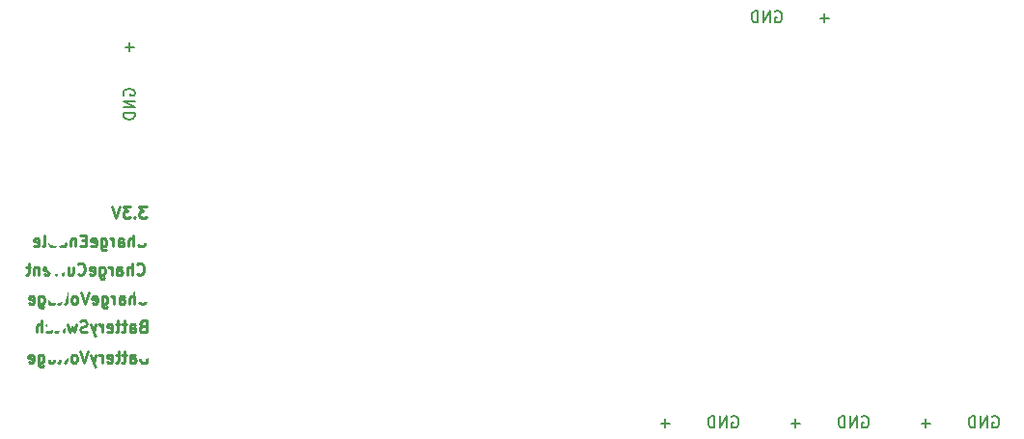
<source format=gbo>
G04 #@! TF.GenerationSoftware,KiCad,Pcbnew,(5.1.9)-1*
G04 #@! TF.CreationDate,2021-05-24T15:14:23+02:00*
G04 #@! TF.ProjectId,charge_pcb,63686172-6765-45f7-9063-622e6b696361,rev?*
G04 #@! TF.SameCoordinates,Original*
G04 #@! TF.FileFunction,Legend,Bot*
G04 #@! TF.FilePolarity,Positive*
%FSLAX46Y46*%
G04 Gerber Fmt 4.6, Leading zero omitted, Abs format (unit mm)*
G04 Created by KiCad (PCBNEW (5.1.9)-1) date 2021-05-24 15:14:23*
%MOMM*%
%LPD*%
G01*
G04 APERTURE LIST*
%ADD10C,0.150000*%
%ADD11C,0.250000*%
%ADD12C,5.600000*%
%ADD13C,3.600000*%
%ADD14O,1.600000X1.600000*%
%ADD15C,1.600000*%
%ADD16C,3.000000*%
%ADD17R,3.000000X3.000000*%
%ADD18O,2.000000X1.905000*%
%ADD19R,2.000000X1.905000*%
%ADD20O,1.905000X2.000000*%
%ADD21R,1.905000X2.000000*%
%ADD22O,2.200000X2.200000*%
%ADD23R,2.200000X2.200000*%
%ADD24O,1.700000X2.000000*%
%ADD25O,1.950000X1.700000*%
%ADD26C,1.800000*%
%ADD27R,1.800000X1.800000*%
%ADD28C,1.524000*%
%ADD29C,2.000000*%
%ADD30R,1.500000X1.500000*%
%ADD31C,1.500000*%
%ADD32C,3.200000*%
%ADD33O,4.000500X2.499360*%
%ADD34O,2.000000X2.000000*%
%ADD35R,2.000000X2.000000*%
%ADD36R,1.600000X1.600000*%
%ADD37C,1.501140*%
%ADD38C,2.540000*%
%ADD39R,2.540000X2.540000*%
G04 APERTURE END LIST*
D10*
X140080952Y-111831428D02*
X139319047Y-111831428D01*
X139700000Y-112212380D02*
X139700000Y-111450476D01*
X148970952Y-147391428D02*
X148209047Y-147391428D01*
X148590000Y-147772380D02*
X148590000Y-147010476D01*
X137540952Y-147391428D02*
X136779047Y-147391428D01*
X137160000Y-147772380D02*
X137160000Y-147010476D01*
X126110952Y-147391428D02*
X125349047Y-147391428D01*
X125730000Y-147772380D02*
X125730000Y-147010476D01*
X79120952Y-114371428D02*
X78359047Y-114371428D01*
X78740000Y-114752380D02*
X78740000Y-113990476D01*
X78240000Y-118618095D02*
X78192380Y-118522857D01*
X78192380Y-118380000D01*
X78240000Y-118237142D01*
X78335238Y-118141904D01*
X78430476Y-118094285D01*
X78620952Y-118046666D01*
X78763809Y-118046666D01*
X78954285Y-118094285D01*
X79049523Y-118141904D01*
X79144761Y-118237142D01*
X79192380Y-118380000D01*
X79192380Y-118475238D01*
X79144761Y-118618095D01*
X79097142Y-118665714D01*
X78763809Y-118665714D01*
X78763809Y-118475238D01*
X79192380Y-119094285D02*
X78192380Y-119094285D01*
X79192380Y-119665714D01*
X78192380Y-119665714D01*
X79192380Y-120141904D02*
X78192380Y-120141904D01*
X78192380Y-120380000D01*
X78240000Y-120522857D01*
X78335238Y-120618095D01*
X78430476Y-120665714D01*
X78620952Y-120713333D01*
X78763809Y-120713333D01*
X78954285Y-120665714D01*
X79049523Y-120618095D01*
X79144761Y-120522857D01*
X79192380Y-120380000D01*
X79192380Y-120141904D01*
X154431904Y-146820000D02*
X154527142Y-146772380D01*
X154670000Y-146772380D01*
X154812857Y-146820000D01*
X154908095Y-146915238D01*
X154955714Y-147010476D01*
X155003333Y-147200952D01*
X155003333Y-147343809D01*
X154955714Y-147534285D01*
X154908095Y-147629523D01*
X154812857Y-147724761D01*
X154670000Y-147772380D01*
X154574761Y-147772380D01*
X154431904Y-147724761D01*
X154384285Y-147677142D01*
X154384285Y-147343809D01*
X154574761Y-147343809D01*
X153955714Y-147772380D02*
X153955714Y-146772380D01*
X153384285Y-147772380D01*
X153384285Y-146772380D01*
X152908095Y-147772380D02*
X152908095Y-146772380D01*
X152670000Y-146772380D01*
X152527142Y-146820000D01*
X152431904Y-146915238D01*
X152384285Y-147010476D01*
X152336666Y-147200952D01*
X152336666Y-147343809D01*
X152384285Y-147534285D01*
X152431904Y-147629523D01*
X152527142Y-147724761D01*
X152670000Y-147772380D01*
X152908095Y-147772380D01*
X143001904Y-146820000D02*
X143097142Y-146772380D01*
X143240000Y-146772380D01*
X143382857Y-146820000D01*
X143478095Y-146915238D01*
X143525714Y-147010476D01*
X143573333Y-147200952D01*
X143573333Y-147343809D01*
X143525714Y-147534285D01*
X143478095Y-147629523D01*
X143382857Y-147724761D01*
X143240000Y-147772380D01*
X143144761Y-147772380D01*
X143001904Y-147724761D01*
X142954285Y-147677142D01*
X142954285Y-147343809D01*
X143144761Y-147343809D01*
X142525714Y-147772380D02*
X142525714Y-146772380D01*
X141954285Y-147772380D01*
X141954285Y-146772380D01*
X141478095Y-147772380D02*
X141478095Y-146772380D01*
X141240000Y-146772380D01*
X141097142Y-146820000D01*
X141001904Y-146915238D01*
X140954285Y-147010476D01*
X140906666Y-147200952D01*
X140906666Y-147343809D01*
X140954285Y-147534285D01*
X141001904Y-147629523D01*
X141097142Y-147724761D01*
X141240000Y-147772380D01*
X141478095Y-147772380D01*
X131571904Y-146820000D02*
X131667142Y-146772380D01*
X131810000Y-146772380D01*
X131952857Y-146820000D01*
X132048095Y-146915238D01*
X132095714Y-147010476D01*
X132143333Y-147200952D01*
X132143333Y-147343809D01*
X132095714Y-147534285D01*
X132048095Y-147629523D01*
X131952857Y-147724761D01*
X131810000Y-147772380D01*
X131714761Y-147772380D01*
X131571904Y-147724761D01*
X131524285Y-147677142D01*
X131524285Y-147343809D01*
X131714761Y-147343809D01*
X131095714Y-147772380D02*
X131095714Y-146772380D01*
X130524285Y-147772380D01*
X130524285Y-146772380D01*
X130048095Y-147772380D02*
X130048095Y-146772380D01*
X129810000Y-146772380D01*
X129667142Y-146820000D01*
X129571904Y-146915238D01*
X129524285Y-147010476D01*
X129476666Y-147200952D01*
X129476666Y-147343809D01*
X129524285Y-147534285D01*
X129571904Y-147629523D01*
X129667142Y-147724761D01*
X129810000Y-147772380D01*
X130048095Y-147772380D01*
X135381904Y-111260000D02*
X135477142Y-111212380D01*
X135620000Y-111212380D01*
X135762857Y-111260000D01*
X135858095Y-111355238D01*
X135905714Y-111450476D01*
X135953333Y-111640952D01*
X135953333Y-111783809D01*
X135905714Y-111974285D01*
X135858095Y-112069523D01*
X135762857Y-112164761D01*
X135620000Y-112212380D01*
X135524761Y-112212380D01*
X135381904Y-112164761D01*
X135334285Y-112117142D01*
X135334285Y-111783809D01*
X135524761Y-111783809D01*
X134905714Y-112212380D02*
X134905714Y-111212380D01*
X134334285Y-112212380D01*
X134334285Y-111212380D01*
X133858095Y-112212380D02*
X133858095Y-111212380D01*
X133620000Y-111212380D01*
X133477142Y-111260000D01*
X133381904Y-111355238D01*
X133334285Y-111450476D01*
X133286666Y-111640952D01*
X133286666Y-111783809D01*
X133334285Y-111974285D01*
X133381904Y-112069523D01*
X133477142Y-112164761D01*
X133620000Y-112212380D01*
X133858095Y-112212380D01*
D11*
X79883333Y-141528571D02*
X79740476Y-141576190D01*
X79692857Y-141623809D01*
X79645238Y-141719047D01*
X79645238Y-141861904D01*
X79692857Y-141957142D01*
X79740476Y-142004761D01*
X79835714Y-142052380D01*
X80216666Y-142052380D01*
X80216666Y-141052380D01*
X79883333Y-141052380D01*
X79788095Y-141100000D01*
X79740476Y-141147619D01*
X79692857Y-141242857D01*
X79692857Y-141338095D01*
X79740476Y-141433333D01*
X79788095Y-141480952D01*
X79883333Y-141528571D01*
X80216666Y-141528571D01*
X78788095Y-142052380D02*
X78788095Y-141528571D01*
X78835714Y-141433333D01*
X78930952Y-141385714D01*
X79121428Y-141385714D01*
X79216666Y-141433333D01*
X78788095Y-142004761D02*
X78883333Y-142052380D01*
X79121428Y-142052380D01*
X79216666Y-142004761D01*
X79264285Y-141909523D01*
X79264285Y-141814285D01*
X79216666Y-141719047D01*
X79121428Y-141671428D01*
X78883333Y-141671428D01*
X78788095Y-141623809D01*
X78454761Y-141385714D02*
X78073809Y-141385714D01*
X78311904Y-141052380D02*
X78311904Y-141909523D01*
X78264285Y-142004761D01*
X78169047Y-142052380D01*
X78073809Y-142052380D01*
X77883333Y-141385714D02*
X77502380Y-141385714D01*
X77740476Y-141052380D02*
X77740476Y-141909523D01*
X77692857Y-142004761D01*
X77597619Y-142052380D01*
X77502380Y-142052380D01*
X76788095Y-142004761D02*
X76883333Y-142052380D01*
X77073809Y-142052380D01*
X77169047Y-142004761D01*
X77216666Y-141909523D01*
X77216666Y-141528571D01*
X77169047Y-141433333D01*
X77073809Y-141385714D01*
X76883333Y-141385714D01*
X76788095Y-141433333D01*
X76740476Y-141528571D01*
X76740476Y-141623809D01*
X77216666Y-141719047D01*
X76311904Y-142052380D02*
X76311904Y-141385714D01*
X76311904Y-141576190D02*
X76264285Y-141480952D01*
X76216666Y-141433333D01*
X76121428Y-141385714D01*
X76026190Y-141385714D01*
X75788095Y-141385714D02*
X75550000Y-142052380D01*
X75311904Y-141385714D02*
X75550000Y-142052380D01*
X75645238Y-142290476D01*
X75692857Y-142338095D01*
X75788095Y-142385714D01*
X75073809Y-141052380D02*
X74740476Y-142052380D01*
X74407142Y-141052380D01*
X73930952Y-142052380D02*
X74026190Y-142004761D01*
X74073809Y-141957142D01*
X74121428Y-141861904D01*
X74121428Y-141576190D01*
X74073809Y-141480952D01*
X74026190Y-141433333D01*
X73930952Y-141385714D01*
X73788095Y-141385714D01*
X73692857Y-141433333D01*
X73645238Y-141480952D01*
X73597619Y-141576190D01*
X73597619Y-141861904D01*
X73645238Y-141957142D01*
X73692857Y-142004761D01*
X73788095Y-142052380D01*
X73930952Y-142052380D01*
X73026190Y-142052380D02*
X73121428Y-142004761D01*
X73169047Y-141909523D01*
X73169047Y-141052380D01*
X72788095Y-141385714D02*
X72407142Y-141385714D01*
X72645238Y-141052380D02*
X72645238Y-141909523D01*
X72597619Y-142004761D01*
X72502380Y-142052380D01*
X72407142Y-142052380D01*
X71645238Y-142052380D02*
X71645238Y-141528571D01*
X71692857Y-141433333D01*
X71788095Y-141385714D01*
X71978571Y-141385714D01*
X72073809Y-141433333D01*
X71645238Y-142004761D02*
X71740476Y-142052380D01*
X71978571Y-142052380D01*
X72073809Y-142004761D01*
X72121428Y-141909523D01*
X72121428Y-141814285D01*
X72073809Y-141719047D01*
X71978571Y-141671428D01*
X71740476Y-141671428D01*
X71645238Y-141623809D01*
X70740476Y-141385714D02*
X70740476Y-142195238D01*
X70788095Y-142290476D01*
X70835714Y-142338095D01*
X70930952Y-142385714D01*
X71073809Y-142385714D01*
X71169047Y-142338095D01*
X70740476Y-142004761D02*
X70835714Y-142052380D01*
X71026190Y-142052380D01*
X71121428Y-142004761D01*
X71169047Y-141957142D01*
X71216666Y-141861904D01*
X71216666Y-141576190D01*
X71169047Y-141480952D01*
X71121428Y-141433333D01*
X71026190Y-141385714D01*
X70835714Y-141385714D01*
X70740476Y-141433333D01*
X69883333Y-142004761D02*
X69978571Y-142052380D01*
X70169047Y-142052380D01*
X70264285Y-142004761D01*
X70311904Y-141909523D01*
X70311904Y-141528571D01*
X70264285Y-141433333D01*
X70169047Y-141385714D01*
X69978571Y-141385714D01*
X69883333Y-141433333D01*
X69835714Y-141528571D01*
X69835714Y-141623809D01*
X70311904Y-141719047D01*
X79876190Y-138868571D02*
X79733333Y-138916190D01*
X79685714Y-138963809D01*
X79638095Y-139059047D01*
X79638095Y-139201904D01*
X79685714Y-139297142D01*
X79733333Y-139344761D01*
X79828571Y-139392380D01*
X80209523Y-139392380D01*
X80209523Y-138392380D01*
X79876190Y-138392380D01*
X79780952Y-138440000D01*
X79733333Y-138487619D01*
X79685714Y-138582857D01*
X79685714Y-138678095D01*
X79733333Y-138773333D01*
X79780952Y-138820952D01*
X79876190Y-138868571D01*
X80209523Y-138868571D01*
X78780952Y-139392380D02*
X78780952Y-138868571D01*
X78828571Y-138773333D01*
X78923809Y-138725714D01*
X79114285Y-138725714D01*
X79209523Y-138773333D01*
X78780952Y-139344761D02*
X78876190Y-139392380D01*
X79114285Y-139392380D01*
X79209523Y-139344761D01*
X79257142Y-139249523D01*
X79257142Y-139154285D01*
X79209523Y-139059047D01*
X79114285Y-139011428D01*
X78876190Y-139011428D01*
X78780952Y-138963809D01*
X78447619Y-138725714D02*
X78066666Y-138725714D01*
X78304761Y-138392380D02*
X78304761Y-139249523D01*
X78257142Y-139344761D01*
X78161904Y-139392380D01*
X78066666Y-139392380D01*
X77876190Y-138725714D02*
X77495238Y-138725714D01*
X77733333Y-138392380D02*
X77733333Y-139249523D01*
X77685714Y-139344761D01*
X77590476Y-139392380D01*
X77495238Y-139392380D01*
X76780952Y-139344761D02*
X76876190Y-139392380D01*
X77066666Y-139392380D01*
X77161904Y-139344761D01*
X77209523Y-139249523D01*
X77209523Y-138868571D01*
X77161904Y-138773333D01*
X77066666Y-138725714D01*
X76876190Y-138725714D01*
X76780952Y-138773333D01*
X76733333Y-138868571D01*
X76733333Y-138963809D01*
X77209523Y-139059047D01*
X76304761Y-139392380D02*
X76304761Y-138725714D01*
X76304761Y-138916190D02*
X76257142Y-138820952D01*
X76209523Y-138773333D01*
X76114285Y-138725714D01*
X76019047Y-138725714D01*
X75780952Y-138725714D02*
X75542857Y-139392380D01*
X75304761Y-138725714D02*
X75542857Y-139392380D01*
X75638095Y-139630476D01*
X75685714Y-139678095D01*
X75780952Y-139725714D01*
X74971428Y-139344761D02*
X74828571Y-139392380D01*
X74590476Y-139392380D01*
X74495238Y-139344761D01*
X74447619Y-139297142D01*
X74400000Y-139201904D01*
X74400000Y-139106666D01*
X74447619Y-139011428D01*
X74495238Y-138963809D01*
X74590476Y-138916190D01*
X74780952Y-138868571D01*
X74876190Y-138820952D01*
X74923809Y-138773333D01*
X74971428Y-138678095D01*
X74971428Y-138582857D01*
X74923809Y-138487619D01*
X74876190Y-138440000D01*
X74780952Y-138392380D01*
X74542857Y-138392380D01*
X74400000Y-138440000D01*
X74066666Y-138725714D02*
X73876190Y-139392380D01*
X73685714Y-138916190D01*
X73495238Y-139392380D01*
X73304761Y-138725714D01*
X72923809Y-139392380D02*
X72923809Y-138725714D01*
X72923809Y-138392380D02*
X72971428Y-138440000D01*
X72923809Y-138487619D01*
X72876190Y-138440000D01*
X72923809Y-138392380D01*
X72923809Y-138487619D01*
X72590476Y-138725714D02*
X72209523Y-138725714D01*
X72447619Y-138392380D02*
X72447619Y-139249523D01*
X72400000Y-139344761D01*
X72304761Y-139392380D01*
X72209523Y-139392380D01*
X71447619Y-139344761D02*
X71542857Y-139392380D01*
X71733333Y-139392380D01*
X71828571Y-139344761D01*
X71876190Y-139297142D01*
X71923809Y-139201904D01*
X71923809Y-138916190D01*
X71876190Y-138820952D01*
X71828571Y-138773333D01*
X71733333Y-138725714D01*
X71542857Y-138725714D01*
X71447619Y-138773333D01*
X71019047Y-139392380D02*
X71019047Y-138392380D01*
X70590476Y-139392380D02*
X70590476Y-138868571D01*
X70638095Y-138773333D01*
X70733333Y-138725714D01*
X70876190Y-138725714D01*
X70971428Y-138773333D01*
X71019047Y-138820952D01*
X79597619Y-136817142D02*
X79645238Y-136864761D01*
X79788095Y-136912380D01*
X79883333Y-136912380D01*
X80026190Y-136864761D01*
X80121428Y-136769523D01*
X80169047Y-136674285D01*
X80216666Y-136483809D01*
X80216666Y-136340952D01*
X80169047Y-136150476D01*
X80121428Y-136055238D01*
X80026190Y-135960000D01*
X79883333Y-135912380D01*
X79788095Y-135912380D01*
X79645238Y-135960000D01*
X79597619Y-136007619D01*
X79169047Y-136912380D02*
X79169047Y-135912380D01*
X78740476Y-136912380D02*
X78740476Y-136388571D01*
X78788095Y-136293333D01*
X78883333Y-136245714D01*
X79026190Y-136245714D01*
X79121428Y-136293333D01*
X79169047Y-136340952D01*
X77835714Y-136912380D02*
X77835714Y-136388571D01*
X77883333Y-136293333D01*
X77978571Y-136245714D01*
X78169047Y-136245714D01*
X78264285Y-136293333D01*
X77835714Y-136864761D02*
X77930952Y-136912380D01*
X78169047Y-136912380D01*
X78264285Y-136864761D01*
X78311904Y-136769523D01*
X78311904Y-136674285D01*
X78264285Y-136579047D01*
X78169047Y-136531428D01*
X77930952Y-136531428D01*
X77835714Y-136483809D01*
X77359523Y-136912380D02*
X77359523Y-136245714D01*
X77359523Y-136436190D02*
X77311904Y-136340952D01*
X77264285Y-136293333D01*
X77169047Y-136245714D01*
X77073809Y-136245714D01*
X76311904Y-136245714D02*
X76311904Y-137055238D01*
X76359523Y-137150476D01*
X76407142Y-137198095D01*
X76502380Y-137245714D01*
X76645238Y-137245714D01*
X76740476Y-137198095D01*
X76311904Y-136864761D02*
X76407142Y-136912380D01*
X76597619Y-136912380D01*
X76692857Y-136864761D01*
X76740476Y-136817142D01*
X76788095Y-136721904D01*
X76788095Y-136436190D01*
X76740476Y-136340952D01*
X76692857Y-136293333D01*
X76597619Y-136245714D01*
X76407142Y-136245714D01*
X76311904Y-136293333D01*
X75454761Y-136864761D02*
X75550000Y-136912380D01*
X75740476Y-136912380D01*
X75835714Y-136864761D01*
X75883333Y-136769523D01*
X75883333Y-136388571D01*
X75835714Y-136293333D01*
X75740476Y-136245714D01*
X75550000Y-136245714D01*
X75454761Y-136293333D01*
X75407142Y-136388571D01*
X75407142Y-136483809D01*
X75883333Y-136579047D01*
X75121428Y-135912380D02*
X74788095Y-136912380D01*
X74454761Y-135912380D01*
X73978571Y-136912380D02*
X74073809Y-136864761D01*
X74121428Y-136817142D01*
X74169047Y-136721904D01*
X74169047Y-136436190D01*
X74121428Y-136340952D01*
X74073809Y-136293333D01*
X73978571Y-136245714D01*
X73835714Y-136245714D01*
X73740476Y-136293333D01*
X73692857Y-136340952D01*
X73645238Y-136436190D01*
X73645238Y-136721904D01*
X73692857Y-136817142D01*
X73740476Y-136864761D01*
X73835714Y-136912380D01*
X73978571Y-136912380D01*
X73073809Y-136912380D02*
X73169047Y-136864761D01*
X73216666Y-136769523D01*
X73216666Y-135912380D01*
X72835714Y-136245714D02*
X72454761Y-136245714D01*
X72692857Y-135912380D02*
X72692857Y-136769523D01*
X72645238Y-136864761D01*
X72550000Y-136912380D01*
X72454761Y-136912380D01*
X71692857Y-136912380D02*
X71692857Y-136388571D01*
X71740476Y-136293333D01*
X71835714Y-136245714D01*
X72026190Y-136245714D01*
X72121428Y-136293333D01*
X71692857Y-136864761D02*
X71788095Y-136912380D01*
X72026190Y-136912380D01*
X72121428Y-136864761D01*
X72169047Y-136769523D01*
X72169047Y-136674285D01*
X72121428Y-136579047D01*
X72026190Y-136531428D01*
X71788095Y-136531428D01*
X71692857Y-136483809D01*
X70788095Y-136245714D02*
X70788095Y-137055238D01*
X70835714Y-137150476D01*
X70883333Y-137198095D01*
X70978571Y-137245714D01*
X71121428Y-137245714D01*
X71216666Y-137198095D01*
X70788095Y-136864761D02*
X70883333Y-136912380D01*
X71073809Y-136912380D01*
X71169047Y-136864761D01*
X71216666Y-136817142D01*
X71264285Y-136721904D01*
X71264285Y-136436190D01*
X71216666Y-136340952D01*
X71169047Y-136293333D01*
X71073809Y-136245714D01*
X70883333Y-136245714D01*
X70788095Y-136293333D01*
X69930952Y-136864761D02*
X70026190Y-136912380D01*
X70216666Y-136912380D01*
X70311904Y-136864761D01*
X70359523Y-136769523D01*
X70359523Y-136388571D01*
X70311904Y-136293333D01*
X70216666Y-136245714D01*
X70026190Y-136245714D01*
X69930952Y-136293333D01*
X69883333Y-136388571D01*
X69883333Y-136483809D01*
X70359523Y-136579047D01*
X79393809Y-134247142D02*
X79441428Y-134294761D01*
X79584285Y-134342380D01*
X79679523Y-134342380D01*
X79822380Y-134294761D01*
X79917619Y-134199523D01*
X79965238Y-134104285D01*
X80012857Y-133913809D01*
X80012857Y-133770952D01*
X79965238Y-133580476D01*
X79917619Y-133485238D01*
X79822380Y-133390000D01*
X79679523Y-133342380D01*
X79584285Y-133342380D01*
X79441428Y-133390000D01*
X79393809Y-133437619D01*
X78965238Y-134342380D02*
X78965238Y-133342380D01*
X78536666Y-134342380D02*
X78536666Y-133818571D01*
X78584285Y-133723333D01*
X78679523Y-133675714D01*
X78822380Y-133675714D01*
X78917619Y-133723333D01*
X78965238Y-133770952D01*
X77631904Y-134342380D02*
X77631904Y-133818571D01*
X77679523Y-133723333D01*
X77774761Y-133675714D01*
X77965238Y-133675714D01*
X78060476Y-133723333D01*
X77631904Y-134294761D02*
X77727142Y-134342380D01*
X77965238Y-134342380D01*
X78060476Y-134294761D01*
X78108095Y-134199523D01*
X78108095Y-134104285D01*
X78060476Y-134009047D01*
X77965238Y-133961428D01*
X77727142Y-133961428D01*
X77631904Y-133913809D01*
X77155714Y-134342380D02*
X77155714Y-133675714D01*
X77155714Y-133866190D02*
X77108095Y-133770952D01*
X77060476Y-133723333D01*
X76965238Y-133675714D01*
X76870000Y-133675714D01*
X76108095Y-133675714D02*
X76108095Y-134485238D01*
X76155714Y-134580476D01*
X76203333Y-134628095D01*
X76298571Y-134675714D01*
X76441428Y-134675714D01*
X76536666Y-134628095D01*
X76108095Y-134294761D02*
X76203333Y-134342380D01*
X76393809Y-134342380D01*
X76489047Y-134294761D01*
X76536666Y-134247142D01*
X76584285Y-134151904D01*
X76584285Y-133866190D01*
X76536666Y-133770952D01*
X76489047Y-133723333D01*
X76393809Y-133675714D01*
X76203333Y-133675714D01*
X76108095Y-133723333D01*
X75250952Y-134294761D02*
X75346190Y-134342380D01*
X75536666Y-134342380D01*
X75631904Y-134294761D01*
X75679523Y-134199523D01*
X75679523Y-133818571D01*
X75631904Y-133723333D01*
X75536666Y-133675714D01*
X75346190Y-133675714D01*
X75250952Y-133723333D01*
X75203333Y-133818571D01*
X75203333Y-133913809D01*
X75679523Y-134009047D01*
X74203333Y-134247142D02*
X74250952Y-134294761D01*
X74393809Y-134342380D01*
X74489047Y-134342380D01*
X74631904Y-134294761D01*
X74727142Y-134199523D01*
X74774761Y-134104285D01*
X74822380Y-133913809D01*
X74822380Y-133770952D01*
X74774761Y-133580476D01*
X74727142Y-133485238D01*
X74631904Y-133390000D01*
X74489047Y-133342380D01*
X74393809Y-133342380D01*
X74250952Y-133390000D01*
X74203333Y-133437619D01*
X73346190Y-133675714D02*
X73346190Y-134342380D01*
X73774761Y-133675714D02*
X73774761Y-134199523D01*
X73727142Y-134294761D01*
X73631904Y-134342380D01*
X73489047Y-134342380D01*
X73393809Y-134294761D01*
X73346190Y-134247142D01*
X72870000Y-134342380D02*
X72870000Y-133675714D01*
X72870000Y-133866190D02*
X72822380Y-133770952D01*
X72774761Y-133723333D01*
X72679523Y-133675714D01*
X72584285Y-133675714D01*
X72250952Y-134342380D02*
X72250952Y-133675714D01*
X72250952Y-133866190D02*
X72203333Y-133770952D01*
X72155714Y-133723333D01*
X72060476Y-133675714D01*
X71965238Y-133675714D01*
X71250952Y-134294761D02*
X71346190Y-134342380D01*
X71536666Y-134342380D01*
X71631904Y-134294761D01*
X71679523Y-134199523D01*
X71679523Y-133818571D01*
X71631904Y-133723333D01*
X71536666Y-133675714D01*
X71346190Y-133675714D01*
X71250952Y-133723333D01*
X71203333Y-133818571D01*
X71203333Y-133913809D01*
X71679523Y-134009047D01*
X70774761Y-133675714D02*
X70774761Y-134342380D01*
X70774761Y-133770952D02*
X70727142Y-133723333D01*
X70631904Y-133675714D01*
X70489047Y-133675714D01*
X70393809Y-133723333D01*
X70346190Y-133818571D01*
X70346190Y-134342380D01*
X70012857Y-133675714D02*
X69631904Y-133675714D01*
X69870000Y-133342380D02*
X69870000Y-134199523D01*
X69822380Y-134294761D01*
X69727142Y-134342380D01*
X69631904Y-134342380D01*
X79505714Y-131767142D02*
X79553333Y-131814761D01*
X79696190Y-131862380D01*
X79791428Y-131862380D01*
X79934285Y-131814761D01*
X80029523Y-131719523D01*
X80077142Y-131624285D01*
X80124761Y-131433809D01*
X80124761Y-131290952D01*
X80077142Y-131100476D01*
X80029523Y-131005238D01*
X79934285Y-130910000D01*
X79791428Y-130862380D01*
X79696190Y-130862380D01*
X79553333Y-130910000D01*
X79505714Y-130957619D01*
X79077142Y-131862380D02*
X79077142Y-130862380D01*
X78648571Y-131862380D02*
X78648571Y-131338571D01*
X78696190Y-131243333D01*
X78791428Y-131195714D01*
X78934285Y-131195714D01*
X79029523Y-131243333D01*
X79077142Y-131290952D01*
X77743809Y-131862380D02*
X77743809Y-131338571D01*
X77791428Y-131243333D01*
X77886666Y-131195714D01*
X78077142Y-131195714D01*
X78172380Y-131243333D01*
X77743809Y-131814761D02*
X77839047Y-131862380D01*
X78077142Y-131862380D01*
X78172380Y-131814761D01*
X78220000Y-131719523D01*
X78220000Y-131624285D01*
X78172380Y-131529047D01*
X78077142Y-131481428D01*
X77839047Y-131481428D01*
X77743809Y-131433809D01*
X77267619Y-131862380D02*
X77267619Y-131195714D01*
X77267619Y-131386190D02*
X77220000Y-131290952D01*
X77172380Y-131243333D01*
X77077142Y-131195714D01*
X76981904Y-131195714D01*
X76220000Y-131195714D02*
X76220000Y-132005238D01*
X76267619Y-132100476D01*
X76315238Y-132148095D01*
X76410476Y-132195714D01*
X76553333Y-132195714D01*
X76648571Y-132148095D01*
X76220000Y-131814761D02*
X76315238Y-131862380D01*
X76505714Y-131862380D01*
X76600952Y-131814761D01*
X76648571Y-131767142D01*
X76696190Y-131671904D01*
X76696190Y-131386190D01*
X76648571Y-131290952D01*
X76600952Y-131243333D01*
X76505714Y-131195714D01*
X76315238Y-131195714D01*
X76220000Y-131243333D01*
X75362857Y-131814761D02*
X75458095Y-131862380D01*
X75648571Y-131862380D01*
X75743809Y-131814761D01*
X75791428Y-131719523D01*
X75791428Y-131338571D01*
X75743809Y-131243333D01*
X75648571Y-131195714D01*
X75458095Y-131195714D01*
X75362857Y-131243333D01*
X75315238Y-131338571D01*
X75315238Y-131433809D01*
X75791428Y-131529047D01*
X74886666Y-131338571D02*
X74553333Y-131338571D01*
X74410476Y-131862380D02*
X74886666Y-131862380D01*
X74886666Y-130862380D01*
X74410476Y-130862380D01*
X73981904Y-131195714D02*
X73981904Y-131862380D01*
X73981904Y-131290952D02*
X73934285Y-131243333D01*
X73839047Y-131195714D01*
X73696190Y-131195714D01*
X73600952Y-131243333D01*
X73553333Y-131338571D01*
X73553333Y-131862380D01*
X72648571Y-131862380D02*
X72648571Y-131338571D01*
X72696190Y-131243333D01*
X72791428Y-131195714D01*
X72981904Y-131195714D01*
X73077142Y-131243333D01*
X72648571Y-131814761D02*
X72743809Y-131862380D01*
X72981904Y-131862380D01*
X73077142Y-131814761D01*
X73124761Y-131719523D01*
X73124761Y-131624285D01*
X73077142Y-131529047D01*
X72981904Y-131481428D01*
X72743809Y-131481428D01*
X72648571Y-131433809D01*
X72172380Y-131862380D02*
X72172380Y-130862380D01*
X72172380Y-131243333D02*
X72077142Y-131195714D01*
X71886666Y-131195714D01*
X71791428Y-131243333D01*
X71743809Y-131290952D01*
X71696190Y-131386190D01*
X71696190Y-131671904D01*
X71743809Y-131767142D01*
X71791428Y-131814761D01*
X71886666Y-131862380D01*
X72077142Y-131862380D01*
X72172380Y-131814761D01*
X71124761Y-131862380D02*
X71220000Y-131814761D01*
X71267619Y-131719523D01*
X71267619Y-130862380D01*
X70362857Y-131814761D02*
X70458095Y-131862380D01*
X70648571Y-131862380D01*
X70743809Y-131814761D01*
X70791428Y-131719523D01*
X70791428Y-131338571D01*
X70743809Y-131243333D01*
X70648571Y-131195714D01*
X70458095Y-131195714D01*
X70362857Y-131243333D01*
X70315238Y-131338571D01*
X70315238Y-131433809D01*
X70791428Y-131529047D01*
X80216190Y-128382380D02*
X79597142Y-128382380D01*
X79930476Y-128763333D01*
X79787619Y-128763333D01*
X79692380Y-128810952D01*
X79644761Y-128858571D01*
X79597142Y-128953809D01*
X79597142Y-129191904D01*
X79644761Y-129287142D01*
X79692380Y-129334761D01*
X79787619Y-129382380D01*
X80073333Y-129382380D01*
X80168571Y-129334761D01*
X80216190Y-129287142D01*
X79168571Y-129287142D02*
X79120952Y-129334761D01*
X79168571Y-129382380D01*
X79216190Y-129334761D01*
X79168571Y-129287142D01*
X79168571Y-129382380D01*
X78787619Y-128382380D02*
X78168571Y-128382380D01*
X78501904Y-128763333D01*
X78359047Y-128763333D01*
X78263809Y-128810952D01*
X78216190Y-128858571D01*
X78168571Y-128953809D01*
X78168571Y-129191904D01*
X78216190Y-129287142D01*
X78263809Y-129334761D01*
X78359047Y-129382380D01*
X78644761Y-129382380D01*
X78740000Y-129334761D01*
X78787619Y-129287142D01*
X77882857Y-128382380D02*
X77549523Y-129382380D01*
X77216190Y-128382380D01*
%LPC*%
D12*
X160830000Y-107840000D03*
D13*
X160830000Y-107840000D03*
D12*
X73250000Y-150970000D03*
D13*
X73250000Y-150970000D03*
D12*
X160750000Y-150820000D03*
D13*
X160750000Y-150820000D03*
D12*
X73160000Y-107940000D03*
D13*
X73160000Y-107940000D03*
D14*
X91440000Y-135890000D03*
D15*
X91440000Y-128270000D03*
D16*
X146050000Y-109220000D03*
D17*
X151130000Y-109220000D03*
D16*
X134620000Y-109220000D03*
D17*
X139700000Y-109220000D03*
D16*
X160020000Y-123190000D03*
D17*
X160020000Y-118110000D03*
D16*
X160020000Y-135890000D03*
D17*
X160020000Y-130810000D03*
D16*
X130810000Y-149860000D03*
D17*
X125730000Y-149860000D03*
D16*
X142240000Y-149860000D03*
D17*
X137160000Y-149860000D03*
D16*
X153670000Y-149860000D03*
D17*
X148590000Y-149860000D03*
D18*
X97790000Y-129540000D03*
X97790000Y-132080000D03*
D19*
X97790000Y-134620000D03*
D20*
X139700000Y-121920000D03*
X137160000Y-121920000D03*
D21*
X134620000Y-121920000D03*
D22*
X140970000Y-129540000D03*
D23*
X130810000Y-129540000D03*
D14*
X96520000Y-152400000D03*
D15*
X96520000Y-144780000D03*
D24*
X116800000Y-149860000D03*
G36*
G01*
X113450000Y-150610000D02*
X113450000Y-149110000D01*
G75*
G02*
X113700000Y-148860000I250000J0D01*
G01*
X114900000Y-148860000D01*
G75*
G02*
X115150000Y-149110000I0J-250000D01*
G01*
X115150000Y-150610000D01*
G75*
G02*
X114900000Y-150860000I-250000J0D01*
G01*
X113700000Y-150860000D01*
G75*
G02*
X113450000Y-150610000I0J250000D01*
G01*
G37*
D25*
X72390000Y-128470000D03*
X72390000Y-130970000D03*
X72390000Y-133470000D03*
X72390000Y-135970000D03*
X72390000Y-138470000D03*
G36*
G01*
X73115000Y-141820000D02*
X71665000Y-141820000D01*
G75*
G02*
X71415000Y-141570000I0J250000D01*
G01*
X71415000Y-140370000D01*
G75*
G02*
X71665000Y-140120000I250000J0D01*
G01*
X73115000Y-140120000D01*
G75*
G02*
X73365000Y-140370000I0J-250000D01*
G01*
X73365000Y-141570000D01*
G75*
G02*
X73115000Y-141820000I-250000J0D01*
G01*
G37*
D26*
X105370000Y-124050000D03*
D27*
X102830000Y-124050000D03*
D14*
X105220000Y-119010000D03*
D15*
X97600000Y-119010000D03*
D28*
X122010000Y-121790000D03*
X119470000Y-121790000D03*
X119470000Y-124330000D03*
X122010000Y-124330000D03*
D29*
X128360000Y-108582000D03*
X110580000Y-108582000D03*
X128360000Y-124330000D03*
X110580000Y-124330000D03*
D28*
X120994000Y-110106000D03*
X117692000Y-110106000D03*
X124550000Y-124330000D03*
X114390000Y-124330000D03*
X116930000Y-124330000D03*
D14*
X100330000Y-140970000D03*
D15*
X92710000Y-140970000D03*
D14*
X100330000Y-151100000D03*
D15*
X107950000Y-151100000D03*
D14*
X123190000Y-142240000D03*
D15*
X115570000Y-142240000D03*
D14*
X107950000Y-145790000D03*
D15*
X100330000Y-145790000D03*
D14*
X80010000Y-140970000D03*
D15*
X87630000Y-140970000D03*
D14*
X80010000Y-136000000D03*
D15*
X87630000Y-136000000D03*
D14*
X123190000Y-129540000D03*
D15*
X115570000Y-129540000D03*
D14*
X104140000Y-137160000D03*
D15*
X104140000Y-129540000D03*
D30*
X146050000Y-120650000D03*
D31*
X151250000Y-120650000D03*
X148650000Y-120650000D03*
D30*
X80010000Y-130810000D03*
D31*
X85210000Y-130810000D03*
X82610000Y-130810000D03*
D32*
X139700000Y-138430000D03*
D33*
X150700740Y-138430000D03*
X128699260Y-138430000D03*
D32*
X93620000Y-110950000D03*
D33*
X82619260Y-110950000D03*
X104620740Y-110950000D03*
D22*
X114300000Y-134620000D03*
D23*
X124460000Y-134620000D03*
D34*
X151130000Y-129540000D03*
D35*
X146050000Y-129540000D03*
D14*
X90570000Y-124090000D03*
D36*
X98190000Y-124090000D03*
D22*
X94040000Y-119010000D03*
D23*
X83880000Y-119010000D03*
D34*
X79330000Y-123970000D03*
D35*
X84410000Y-123970000D03*
D37*
X111760000Y-139700000D03*
X109220000Y-139700000D03*
D38*
X75640000Y-119430000D03*
D39*
X75640000Y-114350000D03*
M02*

</source>
